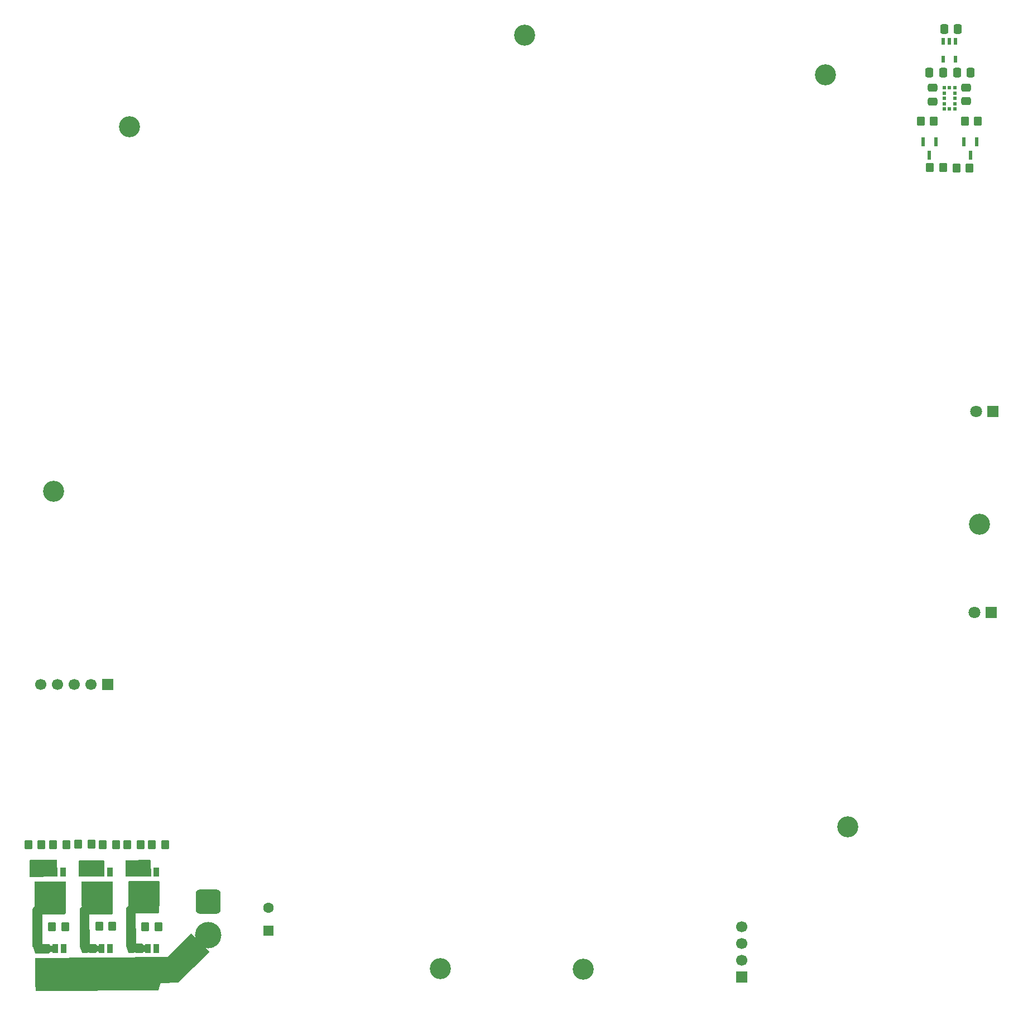
<source format=gbr>
%TF.GenerationSoftware,KiCad,Pcbnew,9.0.6*%
%TF.CreationDate,2025-12-17T16:52:13-05:00*%
%TF.ProjectId,HMS,484d532e-6b69-4636-9164-5f7063625858,rev?*%
%TF.SameCoordinates,Original*%
%TF.FileFunction,Soldermask,Bot*%
%TF.FilePolarity,Negative*%
%FSLAX46Y46*%
G04 Gerber Fmt 4.6, Leading zero omitted, Abs format (unit mm)*
G04 Created by KiCad (PCBNEW 9.0.6) date 2025-12-17 16:52:13*
%MOMM*%
%LPD*%
G01*
G04 APERTURE LIST*
G04 Aperture macros list*
%AMRoundRect*
0 Rectangle with rounded corners*
0 $1 Rounding radius*
0 $2 $3 $4 $5 $6 $7 $8 $9 X,Y pos of 4 corners*
0 Add a 4 corners polygon primitive as box body*
4,1,4,$2,$3,$4,$5,$6,$7,$8,$9,$2,$3,0*
0 Add four circle primitives for the rounded corners*
1,1,$1+$1,$2,$3*
1,1,$1+$1,$4,$5*
1,1,$1+$1,$6,$7*
1,1,$1+$1,$8,$9*
0 Add four rect primitives between the rounded corners*
20,1,$1+$1,$2,$3,$4,$5,0*
20,1,$1+$1,$4,$5,$6,$7,0*
20,1,$1+$1,$6,$7,$8,$9,0*
20,1,$1+$1,$8,$9,$2,$3,0*%
G04 Aperture macros list end*
%ADD10R,1.800000X1.800000*%
%ADD11C,1.800000*%
%ADD12C,3.200000*%
%ADD13R,1.700000X1.700000*%
%ADD14C,1.700000*%
%ADD15RoundRect,0.250000X0.550000X-0.550000X0.550000X0.550000X-0.550000X0.550000X-0.550000X-0.550000X0*%
%ADD16C,1.600000*%
%ADD17RoundRect,0.760000X-1.140000X1.140000X-1.140000X-1.140000X1.140000X-1.140000X1.140000X1.140000X0*%
%ADD18C,4.000000*%
%ADD19RoundRect,0.250000X0.350000X0.450000X-0.350000X0.450000X-0.350000X-0.450000X0.350000X-0.450000X0*%
%ADD20R,0.850000X1.450000*%
%ADD21R,0.850000X1.050000*%
%ADD22R,4.700000X3.750000*%
%ADD23R,1.000000X1.000000*%
%ADD24RoundRect,0.250000X-0.350000X-0.450000X0.350000X-0.450000X0.350000X0.450000X-0.350000X0.450000X0*%
%ADD25R,0.508000X0.977900*%
%ADD26RoundRect,0.250000X-0.337500X-0.475000X0.337500X-0.475000X0.337500X0.475000X-0.337500X0.475000X0*%
%ADD27RoundRect,0.250000X0.337500X0.475000X-0.337500X0.475000X-0.337500X-0.475000X0.337500X-0.475000X0*%
%ADD28R,0.558800X1.320800*%
%ADD29R,0.500000X0.500000*%
%ADD30RoundRect,0.250000X-0.475000X0.337500X-0.475000X-0.337500X0.475000X-0.337500X0.475000X0.337500X0*%
G04 APERTURE END LIST*
D10*
%TO.C,D2*%
X167716200Y-116636800D03*
D11*
X165176200Y-116636800D03*
%TD*%
D12*
%TO.C,H6*%
X165963600Y-103225600D03*
%TD*%
%TO.C,H8*%
X96977200Y-29057600D03*
%TD*%
D13*
%TO.C,J3*%
X33650000Y-127550000D03*
D14*
X31110000Y-127550000D03*
X28570000Y-127550000D03*
X26030000Y-127550000D03*
X23490000Y-127550000D03*
%TD*%
D12*
%TO.C,H2*%
X25450800Y-98247200D03*
%TD*%
%TO.C,H7*%
X142595600Y-35052000D03*
%TD*%
D10*
%TO.C,D1*%
X167970200Y-86080600D03*
D11*
X165430200Y-86080600D03*
%TD*%
D12*
%TO.C,H3*%
X84175600Y-170637200D03*
%TD*%
D13*
%TO.C,J4*%
X129845200Y-171922600D03*
D14*
X129845200Y-169382600D03*
X129845200Y-166842600D03*
X129845200Y-164302600D03*
%TD*%
D12*
%TO.C,H1*%
X36982400Y-42976800D03*
%TD*%
%TO.C,H5*%
X145999200Y-149148800D03*
%TD*%
D15*
%TO.C,C12*%
X58100000Y-164850000D03*
D16*
X58100000Y-161350000D03*
%TD*%
D17*
%TO.C,J2*%
X48900000Y-160500000D03*
D18*
X48900000Y-165500000D03*
%TD*%
D12*
%TO.C,H4*%
X105816400Y-170688000D03*
%TD*%
D19*
%TO.C,R32*%
X42395000Y-151791400D03*
X40395000Y-151791400D03*
%TD*%
%TO.C,R22*%
X23645000Y-151791400D03*
X21645000Y-151791400D03*
%TD*%
D20*
%TO.C,Q5*%
X30230000Y-167553900D03*
X31500000Y-167553900D03*
X32770000Y-167553900D03*
X34040000Y-167553900D03*
D21*
X34040000Y-173253900D03*
X32770000Y-173253900D03*
X31500000Y-173253900D03*
X30230000Y-173253900D03*
D22*
X32135000Y-170853900D03*
%TD*%
D23*
%TO.C,TP3*%
X23050000Y-164266400D03*
%TD*%
D24*
%TO.C,R4*%
X162452201Y-49212401D03*
X164452201Y-49212401D03*
%TD*%
D19*
%TO.C,R2*%
X165722201Y-42100401D03*
X163722201Y-42100401D03*
%TD*%
D25*
%TO.C,U2*%
X160413601Y-29971901D03*
X161363602Y-29971901D03*
X162313603Y-29971901D03*
X162313603Y-32702401D03*
X160413601Y-32702401D03*
%TD*%
D24*
%TO.C,R31*%
X39400000Y-164241400D03*
X41400000Y-164241400D03*
%TD*%
D26*
%TO.C,C2*%
X162521801Y-34734401D03*
X164596801Y-34734401D03*
%TD*%
D19*
%TO.C,R29*%
X38670000Y-151791400D03*
X36670000Y-151791400D03*
%TD*%
D23*
%TO.C,TP2*%
X30210000Y-164241400D03*
%TD*%
D24*
%TO.C,R18*%
X25250000Y-164291400D03*
X27250000Y-164291400D03*
%TD*%
%TO.C,R1*%
X157016601Y-42100401D03*
X159016601Y-42100401D03*
%TD*%
D19*
%TO.C,R26*%
X31195000Y-151766400D03*
X29195000Y-151766400D03*
%TD*%
D20*
%TO.C,Q6*%
X30205000Y-155941400D03*
X31475000Y-155941400D03*
X32745000Y-155941400D03*
X34015000Y-155941400D03*
D21*
X34015000Y-161641400D03*
X32745000Y-161641400D03*
X31475000Y-161641400D03*
X30205000Y-161641400D03*
D22*
X32110000Y-159241400D03*
%TD*%
D19*
%TO.C,R19*%
X27420000Y-151791400D03*
X25420000Y-151791400D03*
%TD*%
D27*
%TO.C,C16*%
X160413601Y-34759801D03*
X158338601Y-34759801D03*
%TD*%
D24*
%TO.C,R12*%
X32400000Y-164216400D03*
X34400000Y-164216400D03*
%TD*%
D20*
%TO.C,Q8*%
X23080000Y-155991400D03*
X24350000Y-155991400D03*
X25620000Y-155991400D03*
X26890000Y-155991400D03*
D21*
X26890000Y-161691400D03*
X25620000Y-161691400D03*
X24350000Y-161691400D03*
X23080000Y-161691400D03*
D22*
X24985000Y-159291400D03*
%TD*%
D19*
%TO.C,R3*%
X160413601Y-49161601D03*
X158413601Y-49161601D03*
%TD*%
D20*
%TO.C,Q3*%
X37280000Y-167541400D03*
X38550000Y-167541400D03*
X39820000Y-167541400D03*
X41090000Y-167541400D03*
D21*
X41090000Y-173241400D03*
X39820000Y-173241400D03*
X38550000Y-173241400D03*
X37280000Y-173241400D03*
D22*
X39185000Y-170841400D03*
%TD*%
D28*
%TO.C,Q1*%
X157400000Y-45250000D03*
X159305000Y-45250000D03*
X158352500Y-47282000D03*
%TD*%
D29*
%TO.C,U1*%
X160578800Y-37046002D03*
X160578800Y-37846000D03*
X160578800Y-38646001D03*
X160578800Y-39446002D03*
X160578800Y-40246000D03*
X161378801Y-40246000D03*
X162178802Y-40246000D03*
X162178802Y-39446002D03*
X162178802Y-38646001D03*
X162178802Y-37846000D03*
X162178802Y-37046002D03*
X161378801Y-37046002D03*
%TD*%
D30*
%TO.C,C1*%
X158813401Y-37020401D03*
X158813401Y-39095401D03*
%TD*%
%TO.C,C15*%
X163893401Y-36995001D03*
X163893401Y-39070001D03*
%TD*%
D20*
%TO.C,Q7*%
X23160000Y-167591400D03*
X24430000Y-167591400D03*
X25700000Y-167591400D03*
X26970000Y-167591400D03*
D21*
X26970000Y-173291400D03*
X25700000Y-173291400D03*
X24430000Y-173291400D03*
X23160000Y-173291400D03*
D22*
X25065000Y-170891400D03*
%TD*%
D28*
%TO.C,Q2*%
X163597500Y-45268000D03*
X165502500Y-45268000D03*
X164550000Y-47300000D03*
%TD*%
D20*
%TO.C,Q4*%
X37280000Y-155950000D03*
X38550000Y-155950000D03*
X39820000Y-155950000D03*
X41090000Y-155950000D03*
D21*
X41090000Y-161650000D03*
X39820000Y-161650000D03*
X38550000Y-161650000D03*
X37280000Y-161650000D03*
D22*
X39185000Y-159250000D03*
%TD*%
D23*
%TO.C,TP1*%
X37287200Y-164236400D03*
%TD*%
D19*
%TO.C,R17*%
X34945000Y-151791400D03*
X32945000Y-151791400D03*
%TD*%
D26*
%TO.C,C3*%
X160599201Y-28105001D03*
X162674201Y-28105001D03*
%TD*%
G36*
X25955094Y-154146885D02*
G01*
X26000849Y-154199689D01*
X26012030Y-154248721D01*
X26057900Y-156542235D01*
X26039560Y-156609654D01*
X25987682Y-156656456D01*
X25935419Y-156668705D01*
X21969494Y-156716488D01*
X21902222Y-156697613D01*
X21855834Y-156645364D01*
X21844000Y-156592497D01*
X21844000Y-154251200D01*
X21863685Y-154184161D01*
X21916489Y-154138406D01*
X21968000Y-154127200D01*
X25888055Y-154127200D01*
X25955094Y-154146885D01*
G37*
G36*
X40152042Y-154149815D02*
G01*
X40198151Y-154202309D01*
X40209681Y-154252099D01*
X40255489Y-156542460D01*
X40237149Y-156609880D01*
X40185271Y-156656682D01*
X40130714Y-156668937D01*
X36501647Y-156645529D01*
X36434736Y-156625413D01*
X36389323Y-156572315D01*
X36378447Y-156521532D01*
X36378447Y-154278702D01*
X36398132Y-154211663D01*
X36450936Y-154165908D01*
X36501612Y-154154705D01*
X40084871Y-154130582D01*
X40152042Y-154149815D01*
G37*
G36*
X27223951Y-157448885D02*
G01*
X27269706Y-157501689D01*
X27280905Y-157551881D01*
X27329845Y-162152266D01*
X27310875Y-162219511D01*
X27293534Y-162241266D01*
X27163520Y-162371281D01*
X27102197Y-162404766D01*
X27075838Y-162407600D01*
X23774400Y-162407600D01*
X23825200Y-166877999D01*
X23825200Y-166878000D01*
X24770993Y-166878000D01*
X24838032Y-166897685D01*
X24877322Y-166938203D01*
X24993598Y-167131999D01*
X24993600Y-167132000D01*
X25981569Y-167087092D01*
X26049434Y-167103712D01*
X26097539Y-167154384D01*
X26111200Y-167210964D01*
X26111200Y-168018235D01*
X26091515Y-168085274D01*
X26038711Y-168131029D01*
X25981570Y-168142107D01*
X24993600Y-168097200D01*
X24993598Y-168097201D01*
X24828794Y-168303205D01*
X24771544Y-168343257D01*
X24728955Y-168349706D01*
X22780747Y-168302362D01*
X22714205Y-168281055D01*
X22669746Y-168227155D01*
X22669156Y-168225750D01*
X22310597Y-167357943D01*
X22301200Y-167310592D01*
X22301200Y-161590481D01*
X22320885Y-161523442D01*
X22331754Y-161508971D01*
X22700000Y-161086799D01*
X22700000Y-157553200D01*
X22719685Y-157486161D01*
X22772489Y-157440406D01*
X22824000Y-157429200D01*
X27156912Y-157429200D01*
X27223951Y-157448885D01*
G37*
G36*
X34386751Y-157448885D02*
G01*
X34432506Y-157501689D01*
X34443705Y-157551881D01*
X34492645Y-162152266D01*
X34473675Y-162219511D01*
X34456334Y-162241266D01*
X34326320Y-162371281D01*
X34264997Y-162404766D01*
X34238638Y-162407600D01*
X30937200Y-162407600D01*
X30988000Y-166877999D01*
X30988000Y-166878000D01*
X31761062Y-166878000D01*
X31828101Y-166897685D01*
X31833136Y-166901097D01*
X32156399Y-167131999D01*
X33018326Y-166916518D01*
X33088138Y-166919356D01*
X33145333Y-166959486D01*
X33171753Y-167024168D01*
X33172400Y-167036816D01*
X33172400Y-168094256D01*
X33152715Y-168161295D01*
X33099911Y-168207050D01*
X33030753Y-168216994D01*
X33020919Y-168215172D01*
X32054799Y-167995599D01*
X32054798Y-167995600D01*
X31890054Y-168201530D01*
X31832804Y-168241582D01*
X31790061Y-168248028D01*
X29939882Y-168200768D01*
X29873367Y-168179378D01*
X29830472Y-168128794D01*
X29475424Y-167359938D01*
X29464000Y-167307952D01*
X29464000Y-161590481D01*
X29483685Y-161523442D01*
X29494554Y-161508971D01*
X29862800Y-161086799D01*
X29862800Y-157553200D01*
X29882485Y-157486161D01*
X29935289Y-157440406D01*
X29986800Y-157429200D01*
X34319712Y-157429200D01*
X34386751Y-157448885D01*
G37*
G36*
X33085195Y-154172280D02*
G01*
X33131304Y-154224774D01*
X33142834Y-154274564D01*
X33188642Y-156564925D01*
X33170302Y-156632345D01*
X33118424Y-156679147D01*
X33063867Y-156691402D01*
X29434800Y-156667994D01*
X29367889Y-156647878D01*
X29322476Y-156594780D01*
X29311600Y-156543997D01*
X29311600Y-154301167D01*
X29331285Y-154234128D01*
X29384089Y-154188373D01*
X29434765Y-154177170D01*
X33018024Y-154153047D01*
X33085195Y-154172280D01*
G37*
G36*
X46392554Y-165309959D02*
G01*
X46437674Y-165339239D01*
X49062471Y-168010908D01*
X49095412Y-168072525D01*
X49089811Y-168142170D01*
X49060280Y-168186886D01*
X44433164Y-172667882D01*
X44371312Y-172700379D01*
X44353909Y-172702608D01*
X41750000Y-172850000D01*
X41749999Y-172850000D01*
X41427414Y-173863840D01*
X41388329Y-173921755D01*
X41324138Y-173949346D01*
X41309584Y-173950243D01*
X22909170Y-173999706D01*
X22842078Y-173980201D01*
X22796182Y-173927520D01*
X22785879Y-173891744D01*
X22651147Y-172858799D01*
X22650116Y-172841130D01*
X22698405Y-169171154D01*
X22718970Y-169104379D01*
X22772371Y-169059323D01*
X22821157Y-169048791D01*
X42750000Y-168849999D01*
X42750001Y-168849999D01*
X46261539Y-165338460D01*
X46322862Y-165304975D01*
X46392554Y-165309959D01*
G37*
G36*
X41411833Y-157304976D02*
G01*
X41457588Y-157357780D01*
X41468787Y-157407972D01*
X41517727Y-162008357D01*
X41498757Y-162075602D01*
X41481416Y-162097357D01*
X41351402Y-162227372D01*
X41290079Y-162260857D01*
X41263720Y-162263691D01*
X37962281Y-162263691D01*
X38013081Y-166827199D01*
X38013082Y-166827200D01*
X38789198Y-166827200D01*
X38856237Y-166846885D01*
X38856661Y-166847158D01*
X39217599Y-167081199D01*
X40067062Y-167037161D01*
X40135031Y-167053349D01*
X40183458Y-167103713D01*
X40197482Y-167160995D01*
X40197482Y-167974706D01*
X40177797Y-168041745D01*
X40124993Y-168087500D01*
X40066694Y-168098520D01*
X39115999Y-168046399D01*
X38897370Y-168221303D01*
X38832724Y-168247811D01*
X38816718Y-168248434D01*
X36969820Y-168200908D01*
X36903309Y-168179505D01*
X36858928Y-168125542D01*
X36857714Y-168122586D01*
X36497786Y-167213280D01*
X36489082Y-167167643D01*
X36489082Y-161446572D01*
X36508767Y-161379533D01*
X36519636Y-161365062D01*
X36887882Y-160942890D01*
X36887882Y-157409291D01*
X36907567Y-157342252D01*
X36960371Y-157296497D01*
X37011882Y-157285291D01*
X41344794Y-157285291D01*
X41411833Y-157304976D01*
G37*
M02*

</source>
